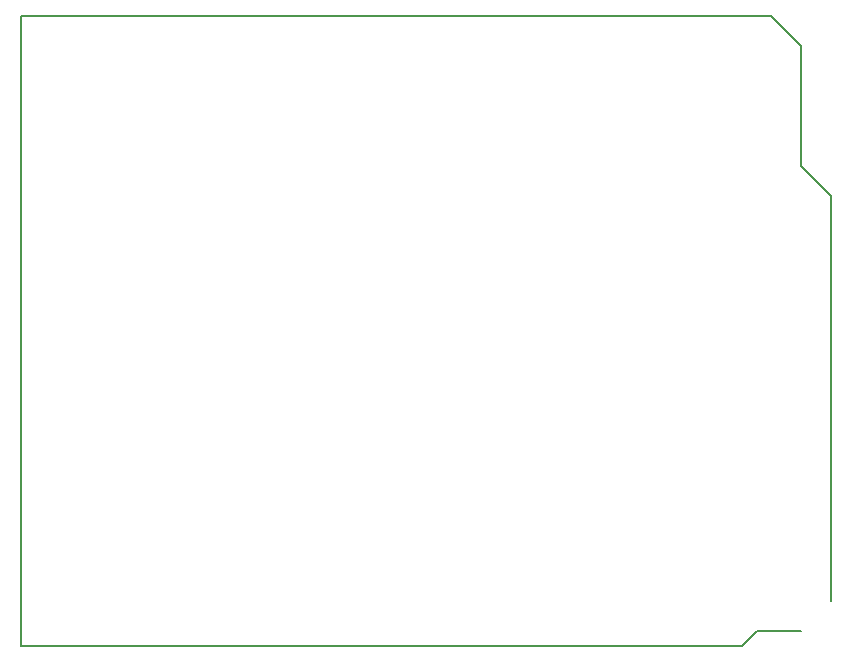
<source format=gm1>
%FSDAX43Y43*%
%MOMM*%
%SFA1B1*%

%IPPOS*%
%ADD18C,0.127000*%
%LNarduinounoshield-1*%
%LPD*%
G54D18*
X0092812Y0032512D02*
X0096520D01*
X0091542Y0031242D02*
X0092812Y0032512D01*
X0030480Y0031242D02*
X0091542D01*
X0099060Y0035052D02*
Y0069342D01*
X0096520Y0071882D02*
X0099060Y0069342D01*
X0096520Y0071882D02*
Y0082042D01*
X0093980Y0084582D02*
X0096520Y0082042D01*
X0030480Y0031242D02*
Y0084582D01*
X0093980*
M02*
</source>
